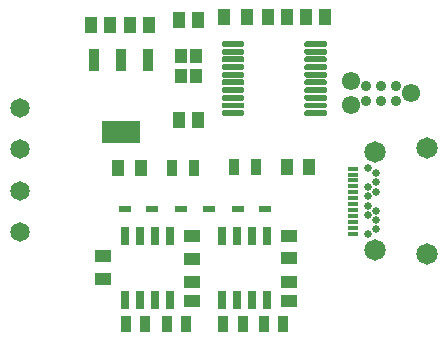
<source format=gbr>
%TF.GenerationSoftware,KiCad,Pcbnew,(5.1.12-1-g0a0a2da680)-1*%
%TF.CreationDate,2022-06-30T22:32:07+02:00*%
%TF.ProjectId,ThermoDeviceLogger,54686572-6d6f-4446-9576-6963654c6f67,rev?*%
%TF.SameCoordinates,Original*%
%TF.FileFunction,Soldermask,Top*%
%TF.FilePolarity,Negative*%
%FSLAX46Y46*%
G04 Gerber Fmt 4.6, Leading zero omitted, Abs format (unit mm)*
G04 Created by KiCad (PCBNEW (5.1.12-1-g0a0a2da680)-1) date 2022-06-30 22:32:07*
%MOMM*%
%LPD*%
G01*
G04 APERTURE LIST*
%ADD10R,1.000000X1.200000*%
%ADD11R,1.450000X1.000000*%
%ADD12R,1.000000X1.450000*%
%ADD13R,0.960000X1.390000*%
%ADD14R,0.900000X1.400000*%
%ADD15C,1.650000*%
%ADD16C,1.550000*%
%ADD17C,0.889000*%
%ADD18C,1.815000*%
%ADD19C,0.650000*%
%ADD20R,0.900000X0.300000*%
%ADD21R,0.650000X1.525000*%
%ADD22R,3.200000X1.950000*%
%ADD23R,0.900000X1.950000*%
%ADD24R,1.075000X0.500000*%
%ADD25R,1.470000X1.020000*%
%ADD26R,1.020000X1.470000*%
G04 APERTURE END LIST*
D10*
%TO.C,Y1*%
X103650000Y-57800000D03*
X103650000Y-59500000D03*
X102350000Y-59500000D03*
X102350000Y-57800000D03*
%TD*%
D11*
%TO.C,R6*%
X103250000Y-73100000D03*
X103250000Y-75000000D03*
%TD*%
%TO.C,R5*%
X95750000Y-74800000D03*
X95750000Y-76700000D03*
%TD*%
%TO.C,R4*%
X111500000Y-73050000D03*
X111500000Y-74950000D03*
%TD*%
D12*
%TO.C,R3*%
X111300000Y-67250000D03*
X113200000Y-67250000D03*
%TD*%
%TO.C,R2*%
X97050000Y-67290000D03*
X98950000Y-67290000D03*
%TD*%
%TO.C,R1*%
X106000000Y-54500000D03*
X107900000Y-54500000D03*
%TD*%
D13*
%TO.C,LFB2*%
X97690000Y-80500000D03*
X99310000Y-80500000D03*
%TD*%
%TO.C,LFB1*%
X101130000Y-80500000D03*
X102750000Y-80500000D03*
%TD*%
D14*
%TO.C,LED2*%
X108700000Y-67250000D03*
X106800000Y-67250000D03*
%TD*%
%TO.C,LED1*%
X101550000Y-67290000D03*
X103450000Y-67290000D03*
%TD*%
D15*
%TO.C,J3*%
X88750000Y-72750000D03*
X88750000Y-69250000D03*
X88750000Y-65750000D03*
X88750000Y-62250000D03*
%TD*%
D16*
%TO.C,J2*%
X116710000Y-59984000D03*
X116710000Y-62016000D03*
X121790000Y-61000000D03*
D17*
X117980000Y-61635000D03*
X117980000Y-60365000D03*
X119250000Y-61635000D03*
X119250000Y-60365000D03*
X120520000Y-61635000D03*
X120520000Y-60365000D03*
%TD*%
D18*
%TO.C,J1*%
X118750000Y-65990000D03*
X123140000Y-65630000D03*
X123140000Y-74610000D03*
X118750000Y-74250000D03*
D19*
X118150000Y-72920000D03*
X118850000Y-72520000D03*
X118850000Y-71720000D03*
X118150000Y-71320000D03*
X118850000Y-70920000D03*
X118150000Y-70520000D03*
X118150000Y-69720000D03*
X118850000Y-69320000D03*
X118150000Y-68920000D03*
X118850000Y-68520000D03*
X118850000Y-67720000D03*
X118150000Y-67320000D03*
D20*
X116940000Y-67370000D03*
X116940000Y-67870000D03*
X116940000Y-68370000D03*
X116940000Y-68870000D03*
X116940000Y-69370000D03*
X116940000Y-69870000D03*
X116940000Y-70370000D03*
X116940000Y-70870000D03*
X116940000Y-71370000D03*
X116940000Y-71870000D03*
X116940000Y-72370000D03*
X116940000Y-72870000D03*
%TD*%
D21*
%TO.C,IC3*%
X105845000Y-73038000D03*
X107115000Y-73038000D03*
X108385000Y-73038000D03*
X109655000Y-73038000D03*
X109655000Y-78462000D03*
X108385000Y-78462000D03*
X107115000Y-78462000D03*
X105845000Y-78462000D03*
%TD*%
%TO.C,IC2*%
X97595000Y-73038000D03*
X98865000Y-73038000D03*
X100135000Y-73038000D03*
X101405000Y-73038000D03*
X101405000Y-78462000D03*
X100135000Y-78462000D03*
X98865000Y-78462000D03*
X97595000Y-78462000D03*
%TD*%
D22*
%TO.C,IC1*%
X97250000Y-64300000D03*
D23*
X94950000Y-58200000D03*
X97250000Y-58200000D03*
X99550000Y-58200000D03*
%TD*%
D13*
%TO.C,FB2*%
X105940000Y-80500000D03*
X107560000Y-80500000D03*
%TD*%
%TO.C,FB1*%
X109380000Y-80500000D03*
X111000000Y-80500000D03*
%TD*%
D24*
%TO.C,D3*%
X102382000Y-70750000D03*
X104706000Y-70750000D03*
%TD*%
%TO.C,D2*%
X109500000Y-70750000D03*
X107176000Y-70750000D03*
%TD*%
%TO.C,D1*%
X99912000Y-70750000D03*
X97588000Y-70750000D03*
%TD*%
D25*
%TO.C,C8*%
X111500000Y-78550000D03*
X111500000Y-76950000D03*
%TD*%
%TO.C,C7*%
X103250000Y-78600000D03*
X103250000Y-77000000D03*
%TD*%
D26*
%TO.C,C6*%
X103800000Y-63250000D03*
X102200000Y-63250000D03*
%TD*%
%TO.C,C5*%
X102200000Y-54750000D03*
X103800000Y-54750000D03*
%TD*%
%TO.C,C4*%
X114550000Y-54500000D03*
X112950000Y-54500000D03*
%TD*%
%TO.C,C3*%
X109700000Y-54500000D03*
X111300000Y-54500000D03*
%TD*%
%TO.C,C2*%
X96350000Y-55250000D03*
X94750000Y-55250000D03*
%TD*%
%TO.C,C1*%
X98000000Y-55250000D03*
X99600000Y-55250000D03*
%TD*%
%TO.C,U1*%
G36*
G01*
X112800000Y-56950000D02*
X112800000Y-56700000D01*
G75*
G02*
X112925000Y-56575000I125000J0D01*
G01*
X114575000Y-56575000D01*
G75*
G02*
X114700000Y-56700000I0J-125000D01*
G01*
X114700000Y-56950000D01*
G75*
G02*
X114575000Y-57075000I-125000J0D01*
G01*
X112925000Y-57075000D01*
G75*
G02*
X112800000Y-56950000I0J125000D01*
G01*
G37*
G36*
G01*
X112800000Y-57600000D02*
X112800000Y-57350000D01*
G75*
G02*
X112925000Y-57225000I125000J0D01*
G01*
X114575000Y-57225000D01*
G75*
G02*
X114700000Y-57350000I0J-125000D01*
G01*
X114700000Y-57600000D01*
G75*
G02*
X114575000Y-57725000I-125000J0D01*
G01*
X112925000Y-57725000D01*
G75*
G02*
X112800000Y-57600000I0J125000D01*
G01*
G37*
G36*
G01*
X112800000Y-58250000D02*
X112800000Y-58000000D01*
G75*
G02*
X112925000Y-57875000I125000J0D01*
G01*
X114575000Y-57875000D01*
G75*
G02*
X114700000Y-58000000I0J-125000D01*
G01*
X114700000Y-58250000D01*
G75*
G02*
X114575000Y-58375000I-125000J0D01*
G01*
X112925000Y-58375000D01*
G75*
G02*
X112800000Y-58250000I0J125000D01*
G01*
G37*
G36*
G01*
X112800000Y-58900000D02*
X112800000Y-58650000D01*
G75*
G02*
X112925000Y-58525000I125000J0D01*
G01*
X114575000Y-58525000D01*
G75*
G02*
X114700000Y-58650000I0J-125000D01*
G01*
X114700000Y-58900000D01*
G75*
G02*
X114575000Y-59025000I-125000J0D01*
G01*
X112925000Y-59025000D01*
G75*
G02*
X112800000Y-58900000I0J125000D01*
G01*
G37*
G36*
G01*
X112800000Y-59550000D02*
X112800000Y-59300000D01*
G75*
G02*
X112925000Y-59175000I125000J0D01*
G01*
X114575000Y-59175000D01*
G75*
G02*
X114700000Y-59300000I0J-125000D01*
G01*
X114700000Y-59550000D01*
G75*
G02*
X114575000Y-59675000I-125000J0D01*
G01*
X112925000Y-59675000D01*
G75*
G02*
X112800000Y-59550000I0J125000D01*
G01*
G37*
G36*
G01*
X112800000Y-60200000D02*
X112800000Y-59950000D01*
G75*
G02*
X112925000Y-59825000I125000J0D01*
G01*
X114575000Y-59825000D01*
G75*
G02*
X114700000Y-59950000I0J-125000D01*
G01*
X114700000Y-60200000D01*
G75*
G02*
X114575000Y-60325000I-125000J0D01*
G01*
X112925000Y-60325000D01*
G75*
G02*
X112800000Y-60200000I0J125000D01*
G01*
G37*
G36*
G01*
X112800000Y-60850000D02*
X112800000Y-60600000D01*
G75*
G02*
X112925000Y-60475000I125000J0D01*
G01*
X114575000Y-60475000D01*
G75*
G02*
X114700000Y-60600000I0J-125000D01*
G01*
X114700000Y-60850000D01*
G75*
G02*
X114575000Y-60975000I-125000J0D01*
G01*
X112925000Y-60975000D01*
G75*
G02*
X112800000Y-60850000I0J125000D01*
G01*
G37*
G36*
G01*
X112800000Y-61500000D02*
X112800000Y-61250000D01*
G75*
G02*
X112925000Y-61125000I125000J0D01*
G01*
X114575000Y-61125000D01*
G75*
G02*
X114700000Y-61250000I0J-125000D01*
G01*
X114700000Y-61500000D01*
G75*
G02*
X114575000Y-61625000I-125000J0D01*
G01*
X112925000Y-61625000D01*
G75*
G02*
X112800000Y-61500000I0J125000D01*
G01*
G37*
G36*
G01*
X112800000Y-62150000D02*
X112800000Y-61900000D01*
G75*
G02*
X112925000Y-61775000I125000J0D01*
G01*
X114575000Y-61775000D01*
G75*
G02*
X114700000Y-61900000I0J-125000D01*
G01*
X114700000Y-62150000D01*
G75*
G02*
X114575000Y-62275000I-125000J0D01*
G01*
X112925000Y-62275000D01*
G75*
G02*
X112800000Y-62150000I0J125000D01*
G01*
G37*
G36*
G01*
X112800000Y-62800000D02*
X112800000Y-62550000D01*
G75*
G02*
X112925000Y-62425000I125000J0D01*
G01*
X114575000Y-62425000D01*
G75*
G02*
X114700000Y-62550000I0J-125000D01*
G01*
X114700000Y-62800000D01*
G75*
G02*
X114575000Y-62925000I-125000J0D01*
G01*
X112925000Y-62925000D01*
G75*
G02*
X112800000Y-62800000I0J125000D01*
G01*
G37*
G36*
G01*
X105800000Y-62800000D02*
X105800000Y-62550000D01*
G75*
G02*
X105925000Y-62425000I125000J0D01*
G01*
X107575000Y-62425000D01*
G75*
G02*
X107700000Y-62550000I0J-125000D01*
G01*
X107700000Y-62800000D01*
G75*
G02*
X107575000Y-62925000I-125000J0D01*
G01*
X105925000Y-62925000D01*
G75*
G02*
X105800000Y-62800000I0J125000D01*
G01*
G37*
G36*
G01*
X105800000Y-62150000D02*
X105800000Y-61900000D01*
G75*
G02*
X105925000Y-61775000I125000J0D01*
G01*
X107575000Y-61775000D01*
G75*
G02*
X107700000Y-61900000I0J-125000D01*
G01*
X107700000Y-62150000D01*
G75*
G02*
X107575000Y-62275000I-125000J0D01*
G01*
X105925000Y-62275000D01*
G75*
G02*
X105800000Y-62150000I0J125000D01*
G01*
G37*
G36*
G01*
X105800000Y-61500000D02*
X105800000Y-61250000D01*
G75*
G02*
X105925000Y-61125000I125000J0D01*
G01*
X107575000Y-61125000D01*
G75*
G02*
X107700000Y-61250000I0J-125000D01*
G01*
X107700000Y-61500000D01*
G75*
G02*
X107575000Y-61625000I-125000J0D01*
G01*
X105925000Y-61625000D01*
G75*
G02*
X105800000Y-61500000I0J125000D01*
G01*
G37*
G36*
G01*
X105800000Y-60850000D02*
X105800000Y-60600000D01*
G75*
G02*
X105925000Y-60475000I125000J0D01*
G01*
X107575000Y-60475000D01*
G75*
G02*
X107700000Y-60600000I0J-125000D01*
G01*
X107700000Y-60850000D01*
G75*
G02*
X107575000Y-60975000I-125000J0D01*
G01*
X105925000Y-60975000D01*
G75*
G02*
X105800000Y-60850000I0J125000D01*
G01*
G37*
G36*
G01*
X105800000Y-60200000D02*
X105800000Y-59950000D01*
G75*
G02*
X105925000Y-59825000I125000J0D01*
G01*
X107575000Y-59825000D01*
G75*
G02*
X107700000Y-59950000I0J-125000D01*
G01*
X107700000Y-60200000D01*
G75*
G02*
X107575000Y-60325000I-125000J0D01*
G01*
X105925000Y-60325000D01*
G75*
G02*
X105800000Y-60200000I0J125000D01*
G01*
G37*
G36*
G01*
X105800000Y-59550000D02*
X105800000Y-59300000D01*
G75*
G02*
X105925000Y-59175000I125000J0D01*
G01*
X107575000Y-59175000D01*
G75*
G02*
X107700000Y-59300000I0J-125000D01*
G01*
X107700000Y-59550000D01*
G75*
G02*
X107575000Y-59675000I-125000J0D01*
G01*
X105925000Y-59675000D01*
G75*
G02*
X105800000Y-59550000I0J125000D01*
G01*
G37*
G36*
G01*
X105800000Y-58900000D02*
X105800000Y-58650000D01*
G75*
G02*
X105925000Y-58525000I125000J0D01*
G01*
X107575000Y-58525000D01*
G75*
G02*
X107700000Y-58650000I0J-125000D01*
G01*
X107700000Y-58900000D01*
G75*
G02*
X107575000Y-59025000I-125000J0D01*
G01*
X105925000Y-59025000D01*
G75*
G02*
X105800000Y-58900000I0J125000D01*
G01*
G37*
G36*
G01*
X105800000Y-58250000D02*
X105800000Y-58000000D01*
G75*
G02*
X105925000Y-57875000I125000J0D01*
G01*
X107575000Y-57875000D01*
G75*
G02*
X107700000Y-58000000I0J-125000D01*
G01*
X107700000Y-58250000D01*
G75*
G02*
X107575000Y-58375000I-125000J0D01*
G01*
X105925000Y-58375000D01*
G75*
G02*
X105800000Y-58250000I0J125000D01*
G01*
G37*
G36*
G01*
X105800000Y-57600000D02*
X105800000Y-57350000D01*
G75*
G02*
X105925000Y-57225000I125000J0D01*
G01*
X107575000Y-57225000D01*
G75*
G02*
X107700000Y-57350000I0J-125000D01*
G01*
X107700000Y-57600000D01*
G75*
G02*
X107575000Y-57725000I-125000J0D01*
G01*
X105925000Y-57725000D01*
G75*
G02*
X105800000Y-57600000I0J125000D01*
G01*
G37*
G36*
G01*
X105800000Y-56950000D02*
X105800000Y-56700000D01*
G75*
G02*
X105925000Y-56575000I125000J0D01*
G01*
X107575000Y-56575000D01*
G75*
G02*
X107700000Y-56700000I0J-125000D01*
G01*
X107700000Y-56950000D01*
G75*
G02*
X107575000Y-57075000I-125000J0D01*
G01*
X105925000Y-57075000D01*
G75*
G02*
X105800000Y-56950000I0J125000D01*
G01*
G37*
%TD*%
M02*

</source>
